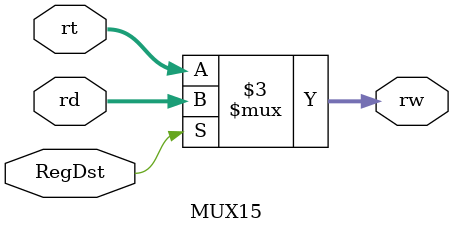
<source format=v>
module MUX15(rt,rd,RegDst,rw);
input [4:0] rt,rd;
input RegDst;
output reg [4:0] rw;
always@(*)
  rw[4:0]=(RegDst==1'b0)?rt[4:0]:rd[4:0];
endmodule
</source>
